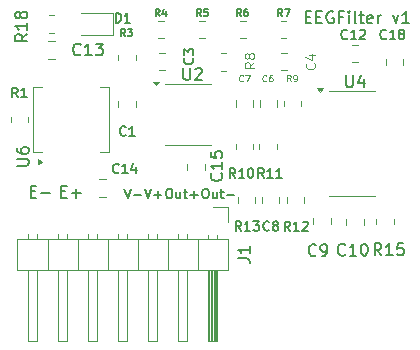
<source format=gto>
%TF.GenerationSoftware,KiCad,Pcbnew,9.0.0*%
%TF.CreationDate,2025-04-24T14:13:05+03:00*%
%TF.ProjectId,Modular_Filter_kicad,4d6f6475-6c61-4725-9f46-696c7465725f,rev?*%
%TF.SameCoordinates,Original*%
%TF.FileFunction,Legend,Top*%
%TF.FilePolarity,Positive*%
%FSLAX46Y46*%
G04 Gerber Fmt 4.6, Leading zero omitted, Abs format (unit mm)*
G04 Created by KiCad (PCBNEW 9.0.0) date 2025-04-24 14:13:05*
%MOMM*%
%LPD*%
G01*
G04 APERTURE LIST*
%ADD10C,0.150000*%
%ADD11C,0.120000*%
G04 APERTURE END LIST*
D10*
X89608274Y-108974695D02*
X89874941Y-109774695D01*
X89874941Y-109774695D02*
X90141607Y-108974695D01*
X90408274Y-109469933D02*
X91017798Y-109469933D01*
X93329341Y-109000095D02*
X93481722Y-109000095D01*
X93481722Y-109000095D02*
X93557912Y-109038190D01*
X93557912Y-109038190D02*
X93634103Y-109114380D01*
X93634103Y-109114380D02*
X93672198Y-109266761D01*
X93672198Y-109266761D02*
X93672198Y-109533428D01*
X93672198Y-109533428D02*
X93634103Y-109685809D01*
X93634103Y-109685809D02*
X93557912Y-109762000D01*
X93557912Y-109762000D02*
X93481722Y-109800095D01*
X93481722Y-109800095D02*
X93329341Y-109800095D01*
X93329341Y-109800095D02*
X93253150Y-109762000D01*
X93253150Y-109762000D02*
X93176960Y-109685809D01*
X93176960Y-109685809D02*
X93138864Y-109533428D01*
X93138864Y-109533428D02*
X93138864Y-109266761D01*
X93138864Y-109266761D02*
X93176960Y-109114380D01*
X93176960Y-109114380D02*
X93253150Y-109038190D01*
X93253150Y-109038190D02*
X93329341Y-109000095D01*
X94357912Y-109266761D02*
X94357912Y-109800095D01*
X94015055Y-109266761D02*
X94015055Y-109685809D01*
X94015055Y-109685809D02*
X94053150Y-109762000D01*
X94053150Y-109762000D02*
X94129340Y-109800095D01*
X94129340Y-109800095D02*
X94243626Y-109800095D01*
X94243626Y-109800095D02*
X94319817Y-109762000D01*
X94319817Y-109762000D02*
X94357912Y-109723904D01*
X94624579Y-109266761D02*
X94929341Y-109266761D01*
X94738865Y-109000095D02*
X94738865Y-109685809D01*
X94738865Y-109685809D02*
X94776960Y-109762000D01*
X94776960Y-109762000D02*
X94853150Y-109800095D01*
X94853150Y-109800095D02*
X94929341Y-109800095D01*
X95196008Y-109495333D02*
X95805532Y-109495333D01*
X95500770Y-109800095D02*
X95500770Y-109190571D01*
X91335474Y-109000095D02*
X91602141Y-109800095D01*
X91602141Y-109800095D02*
X91868807Y-109000095D01*
X92135474Y-109495333D02*
X92744998Y-109495333D01*
X92440236Y-109800095D02*
X92440236Y-109190571D01*
X84232979Y-109192409D02*
X84566312Y-109192409D01*
X84709169Y-109716219D02*
X84232979Y-109716219D01*
X84232979Y-109716219D02*
X84232979Y-108716219D01*
X84232979Y-108716219D02*
X84709169Y-108716219D01*
X85137741Y-109335266D02*
X85899646Y-109335266D01*
X85518693Y-109716219D02*
X85518693Y-108954314D01*
X81667579Y-109192409D02*
X82000912Y-109192409D01*
X82143769Y-109716219D02*
X81667579Y-109716219D01*
X81667579Y-109716219D02*
X81667579Y-108716219D01*
X81667579Y-108716219D02*
X82143769Y-108716219D01*
X82572341Y-109335266D02*
X83334246Y-109335266D01*
X104959379Y-94443609D02*
X105292712Y-94443609D01*
X105435569Y-94967419D02*
X104959379Y-94967419D01*
X104959379Y-94967419D02*
X104959379Y-93967419D01*
X104959379Y-93967419D02*
X105435569Y-93967419D01*
X105864141Y-94443609D02*
X106197474Y-94443609D01*
X106340331Y-94967419D02*
X105864141Y-94967419D01*
X105864141Y-94967419D02*
X105864141Y-93967419D01*
X105864141Y-93967419D02*
X106340331Y-93967419D01*
X107292712Y-94015038D02*
X107197474Y-93967419D01*
X107197474Y-93967419D02*
X107054617Y-93967419D01*
X107054617Y-93967419D02*
X106911760Y-94015038D01*
X106911760Y-94015038D02*
X106816522Y-94110276D01*
X106816522Y-94110276D02*
X106768903Y-94205514D01*
X106768903Y-94205514D02*
X106721284Y-94395990D01*
X106721284Y-94395990D02*
X106721284Y-94538847D01*
X106721284Y-94538847D02*
X106768903Y-94729323D01*
X106768903Y-94729323D02*
X106816522Y-94824561D01*
X106816522Y-94824561D02*
X106911760Y-94919800D01*
X106911760Y-94919800D02*
X107054617Y-94967419D01*
X107054617Y-94967419D02*
X107149855Y-94967419D01*
X107149855Y-94967419D02*
X107292712Y-94919800D01*
X107292712Y-94919800D02*
X107340331Y-94872180D01*
X107340331Y-94872180D02*
X107340331Y-94538847D01*
X107340331Y-94538847D02*
X107149855Y-94538847D01*
X108102236Y-94443609D02*
X107768903Y-94443609D01*
X107768903Y-94967419D02*
X107768903Y-93967419D01*
X107768903Y-93967419D02*
X108245093Y-93967419D01*
X108626046Y-94967419D02*
X108626046Y-94300752D01*
X108626046Y-93967419D02*
X108578427Y-94015038D01*
X108578427Y-94015038D02*
X108626046Y-94062657D01*
X108626046Y-94062657D02*
X108673665Y-94015038D01*
X108673665Y-94015038D02*
X108626046Y-93967419D01*
X108626046Y-93967419D02*
X108626046Y-94062657D01*
X109245093Y-94967419D02*
X109149855Y-94919800D01*
X109149855Y-94919800D02*
X109102236Y-94824561D01*
X109102236Y-94824561D02*
X109102236Y-93967419D01*
X109483189Y-94300752D02*
X109864141Y-94300752D01*
X109626046Y-93967419D02*
X109626046Y-94824561D01*
X109626046Y-94824561D02*
X109673665Y-94919800D01*
X109673665Y-94919800D02*
X109768903Y-94967419D01*
X109768903Y-94967419D02*
X109864141Y-94967419D01*
X110578427Y-94919800D02*
X110483189Y-94967419D01*
X110483189Y-94967419D02*
X110292713Y-94967419D01*
X110292713Y-94967419D02*
X110197475Y-94919800D01*
X110197475Y-94919800D02*
X110149856Y-94824561D01*
X110149856Y-94824561D02*
X110149856Y-94443609D01*
X110149856Y-94443609D02*
X110197475Y-94348371D01*
X110197475Y-94348371D02*
X110292713Y-94300752D01*
X110292713Y-94300752D02*
X110483189Y-94300752D01*
X110483189Y-94300752D02*
X110578427Y-94348371D01*
X110578427Y-94348371D02*
X110626046Y-94443609D01*
X110626046Y-94443609D02*
X110626046Y-94538847D01*
X110626046Y-94538847D02*
X110149856Y-94634085D01*
X111054618Y-94967419D02*
X111054618Y-94300752D01*
X111054618Y-94491228D02*
X111102237Y-94395990D01*
X111102237Y-94395990D02*
X111149856Y-94348371D01*
X111149856Y-94348371D02*
X111245094Y-94300752D01*
X111245094Y-94300752D02*
X111340332Y-94300752D01*
X112340333Y-94300752D02*
X112578428Y-94967419D01*
X112578428Y-94967419D02*
X112816523Y-94300752D01*
X113721285Y-94967419D02*
X113149857Y-94967419D01*
X113435571Y-94967419D02*
X113435571Y-93967419D01*
X113435571Y-93967419D02*
X113340333Y-94110276D01*
X113340333Y-94110276D02*
X113245095Y-94205514D01*
X113245095Y-94205514D02*
X113149857Y-94253133D01*
X96402741Y-109000095D02*
X96555122Y-109000095D01*
X96555122Y-109000095D02*
X96631312Y-109038190D01*
X96631312Y-109038190D02*
X96707503Y-109114380D01*
X96707503Y-109114380D02*
X96745598Y-109266761D01*
X96745598Y-109266761D02*
X96745598Y-109533428D01*
X96745598Y-109533428D02*
X96707503Y-109685809D01*
X96707503Y-109685809D02*
X96631312Y-109762000D01*
X96631312Y-109762000D02*
X96555122Y-109800095D01*
X96555122Y-109800095D02*
X96402741Y-109800095D01*
X96402741Y-109800095D02*
X96326550Y-109762000D01*
X96326550Y-109762000D02*
X96250360Y-109685809D01*
X96250360Y-109685809D02*
X96212264Y-109533428D01*
X96212264Y-109533428D02*
X96212264Y-109266761D01*
X96212264Y-109266761D02*
X96250360Y-109114380D01*
X96250360Y-109114380D02*
X96326550Y-109038190D01*
X96326550Y-109038190D02*
X96402741Y-109000095D01*
X97431312Y-109266761D02*
X97431312Y-109800095D01*
X97088455Y-109266761D02*
X97088455Y-109685809D01*
X97088455Y-109685809D02*
X97126550Y-109762000D01*
X97126550Y-109762000D02*
X97202740Y-109800095D01*
X97202740Y-109800095D02*
X97317026Y-109800095D01*
X97317026Y-109800095D02*
X97393217Y-109762000D01*
X97393217Y-109762000D02*
X97431312Y-109723904D01*
X97697979Y-109266761D02*
X98002741Y-109266761D01*
X97812265Y-109000095D02*
X97812265Y-109685809D01*
X97812265Y-109685809D02*
X97850360Y-109762000D01*
X97850360Y-109762000D02*
X97926550Y-109800095D01*
X97926550Y-109800095D02*
X98002741Y-109800095D01*
X98269408Y-109495333D02*
X98878932Y-109495333D01*
X102994800Y-94351371D02*
X102794800Y-94065657D01*
X102651943Y-94351371D02*
X102651943Y-93751371D01*
X102651943Y-93751371D02*
X102880514Y-93751371D01*
X102880514Y-93751371D02*
X102937657Y-93779942D01*
X102937657Y-93779942D02*
X102966228Y-93808514D01*
X102966228Y-93808514D02*
X102994800Y-93865657D01*
X102994800Y-93865657D02*
X102994800Y-93951371D01*
X102994800Y-93951371D02*
X102966228Y-94008514D01*
X102966228Y-94008514D02*
X102937657Y-94037085D01*
X102937657Y-94037085D02*
X102880514Y-94065657D01*
X102880514Y-94065657D02*
X102651943Y-94065657D01*
X103194800Y-93751371D02*
X103594800Y-93751371D01*
X103594800Y-93751371D02*
X103337657Y-94351371D01*
X105827533Y-114583380D02*
X105779914Y-114631000D01*
X105779914Y-114631000D02*
X105637057Y-114678619D01*
X105637057Y-114678619D02*
X105541819Y-114678619D01*
X105541819Y-114678619D02*
X105398962Y-114631000D01*
X105398962Y-114631000D02*
X105303724Y-114535761D01*
X105303724Y-114535761D02*
X105256105Y-114440523D01*
X105256105Y-114440523D02*
X105208486Y-114250047D01*
X105208486Y-114250047D02*
X105208486Y-114107190D01*
X105208486Y-114107190D02*
X105256105Y-113916714D01*
X105256105Y-113916714D02*
X105303724Y-113821476D01*
X105303724Y-113821476D02*
X105398962Y-113726238D01*
X105398962Y-113726238D02*
X105541819Y-113678619D01*
X105541819Y-113678619D02*
X105637057Y-113678619D01*
X105637057Y-113678619D02*
X105779914Y-113726238D01*
X105779914Y-113726238D02*
X105827533Y-113773857D01*
X106303724Y-114678619D02*
X106494200Y-114678619D01*
X106494200Y-114678619D02*
X106589438Y-114631000D01*
X106589438Y-114631000D02*
X106637057Y-114583380D01*
X106637057Y-114583380D02*
X106732295Y-114440523D01*
X106732295Y-114440523D02*
X106779914Y-114250047D01*
X106779914Y-114250047D02*
X106779914Y-113869095D01*
X106779914Y-113869095D02*
X106732295Y-113773857D01*
X106732295Y-113773857D02*
X106684676Y-113726238D01*
X106684676Y-113726238D02*
X106589438Y-113678619D01*
X106589438Y-113678619D02*
X106398962Y-113678619D01*
X106398962Y-113678619D02*
X106303724Y-113726238D01*
X106303724Y-113726238D02*
X106256105Y-113773857D01*
X106256105Y-113773857D02*
X106208486Y-113869095D01*
X106208486Y-113869095D02*
X106208486Y-114107190D01*
X106208486Y-114107190D02*
X106256105Y-114202428D01*
X106256105Y-114202428D02*
X106303724Y-114250047D01*
X106303724Y-114250047D02*
X106398962Y-114297666D01*
X106398962Y-114297666D02*
X106589438Y-114297666D01*
X106589438Y-114297666D02*
X106684676Y-114250047D01*
X106684676Y-114250047D02*
X106732295Y-114202428D01*
X106732295Y-114202428D02*
X106779914Y-114107190D01*
X97819380Y-107678457D02*
X97867000Y-107726076D01*
X97867000Y-107726076D02*
X97914619Y-107868933D01*
X97914619Y-107868933D02*
X97914619Y-107964171D01*
X97914619Y-107964171D02*
X97867000Y-108107028D01*
X97867000Y-108107028D02*
X97771761Y-108202266D01*
X97771761Y-108202266D02*
X97676523Y-108249885D01*
X97676523Y-108249885D02*
X97486047Y-108297504D01*
X97486047Y-108297504D02*
X97343190Y-108297504D01*
X97343190Y-108297504D02*
X97152714Y-108249885D01*
X97152714Y-108249885D02*
X97057476Y-108202266D01*
X97057476Y-108202266D02*
X96962238Y-108107028D01*
X96962238Y-108107028D02*
X96914619Y-107964171D01*
X96914619Y-107964171D02*
X96914619Y-107868933D01*
X96914619Y-107868933D02*
X96962238Y-107726076D01*
X96962238Y-107726076D02*
X97009857Y-107678457D01*
X97914619Y-106726076D02*
X97914619Y-107297504D01*
X97914619Y-107011790D02*
X96914619Y-107011790D01*
X96914619Y-107011790D02*
X97057476Y-107107028D01*
X97057476Y-107107028D02*
X97152714Y-107202266D01*
X97152714Y-107202266D02*
X97200333Y-107297504D01*
X96914619Y-105821314D02*
X96914619Y-106297504D01*
X96914619Y-106297504D02*
X97390809Y-106345123D01*
X97390809Y-106345123D02*
X97343190Y-106297504D01*
X97343190Y-106297504D02*
X97295571Y-106202266D01*
X97295571Y-106202266D02*
X97295571Y-105964171D01*
X97295571Y-105964171D02*
X97343190Y-105868933D01*
X97343190Y-105868933D02*
X97390809Y-105821314D01*
X97390809Y-105821314D02*
X97486047Y-105773695D01*
X97486047Y-105773695D02*
X97724142Y-105773695D01*
X97724142Y-105773695D02*
X97819380Y-105821314D01*
X97819380Y-105821314D02*
X97867000Y-105868933D01*
X97867000Y-105868933D02*
X97914619Y-105964171D01*
X97914619Y-105964171D02*
X97914619Y-106202266D01*
X97914619Y-106202266D02*
X97867000Y-106297504D01*
X97867000Y-106297504D02*
X97819380Y-106345123D01*
X103625714Y-112554095D02*
X103359047Y-112173142D01*
X103168571Y-112554095D02*
X103168571Y-111754095D01*
X103168571Y-111754095D02*
X103473333Y-111754095D01*
X103473333Y-111754095D02*
X103549523Y-111792190D01*
X103549523Y-111792190D02*
X103587618Y-111830285D01*
X103587618Y-111830285D02*
X103625714Y-111906476D01*
X103625714Y-111906476D02*
X103625714Y-112020761D01*
X103625714Y-112020761D02*
X103587618Y-112096952D01*
X103587618Y-112096952D02*
X103549523Y-112135047D01*
X103549523Y-112135047D02*
X103473333Y-112173142D01*
X103473333Y-112173142D02*
X103168571Y-112173142D01*
X104387618Y-112554095D02*
X103930475Y-112554095D01*
X104159047Y-112554095D02*
X104159047Y-111754095D01*
X104159047Y-111754095D02*
X104082856Y-111868380D01*
X104082856Y-111868380D02*
X104006666Y-111944571D01*
X104006666Y-111944571D02*
X103930475Y-111982666D01*
X104692380Y-111830285D02*
X104730476Y-111792190D01*
X104730476Y-111792190D02*
X104806666Y-111754095D01*
X104806666Y-111754095D02*
X104997142Y-111754095D01*
X104997142Y-111754095D02*
X105073333Y-111792190D01*
X105073333Y-111792190D02*
X105111428Y-111830285D01*
X105111428Y-111830285D02*
X105149523Y-111906476D01*
X105149523Y-111906476D02*
X105149523Y-111982666D01*
X105149523Y-111982666D02*
X105111428Y-112096952D01*
X105111428Y-112096952D02*
X104654285Y-112554095D01*
X104654285Y-112554095D02*
X105149523Y-112554095D01*
D11*
X103692733Y-99892400D02*
X103509399Y-99630495D01*
X103378447Y-99892400D02*
X103378447Y-99342400D01*
X103378447Y-99342400D02*
X103587971Y-99342400D01*
X103587971Y-99342400D02*
X103640352Y-99368590D01*
X103640352Y-99368590D02*
X103666542Y-99394781D01*
X103666542Y-99394781D02*
X103692733Y-99447162D01*
X103692733Y-99447162D02*
X103692733Y-99525733D01*
X103692733Y-99525733D02*
X103666542Y-99578114D01*
X103666542Y-99578114D02*
X103640352Y-99604305D01*
X103640352Y-99604305D02*
X103587971Y-99630495D01*
X103587971Y-99630495D02*
X103378447Y-99630495D01*
X103954637Y-99892400D02*
X104059399Y-99892400D01*
X104059399Y-99892400D02*
X104111780Y-99866210D01*
X104111780Y-99866210D02*
X104137971Y-99840019D01*
X104137971Y-99840019D02*
X104190352Y-99761448D01*
X104190352Y-99761448D02*
X104216542Y-99656686D01*
X104216542Y-99656686D02*
X104216542Y-99447162D01*
X104216542Y-99447162D02*
X104190352Y-99394781D01*
X104190352Y-99394781D02*
X104164161Y-99368590D01*
X104164161Y-99368590D02*
X104111780Y-99342400D01*
X104111780Y-99342400D02*
X104007018Y-99342400D01*
X104007018Y-99342400D02*
X103954637Y-99368590D01*
X103954637Y-99368590D02*
X103928447Y-99394781D01*
X103928447Y-99394781D02*
X103902256Y-99447162D01*
X103902256Y-99447162D02*
X103902256Y-99578114D01*
X103902256Y-99578114D02*
X103928447Y-99630495D01*
X103928447Y-99630495D02*
X103954637Y-99656686D01*
X103954637Y-99656686D02*
X104007018Y-99682876D01*
X104007018Y-99682876D02*
X104111780Y-99682876D01*
X104111780Y-99682876D02*
X104164161Y-99656686D01*
X104164161Y-99656686D02*
X104190352Y-99630495D01*
X104190352Y-99630495D02*
X104216542Y-99578114D01*
D10*
X80506219Y-107010104D02*
X81315742Y-107010104D01*
X81315742Y-107010104D02*
X81410980Y-106962485D01*
X81410980Y-106962485D02*
X81458600Y-106914866D01*
X81458600Y-106914866D02*
X81506219Y-106819628D01*
X81506219Y-106819628D02*
X81506219Y-106629152D01*
X81506219Y-106629152D02*
X81458600Y-106533914D01*
X81458600Y-106533914D02*
X81410980Y-106486295D01*
X81410980Y-106486295D02*
X81315742Y-106438676D01*
X81315742Y-106438676D02*
X80506219Y-106438676D01*
X80506219Y-105533914D02*
X80506219Y-105724390D01*
X80506219Y-105724390D02*
X80553838Y-105819628D01*
X80553838Y-105819628D02*
X80601457Y-105867247D01*
X80601457Y-105867247D02*
X80744314Y-105962485D01*
X80744314Y-105962485D02*
X80934790Y-106010104D01*
X80934790Y-106010104D02*
X81315742Y-106010104D01*
X81315742Y-106010104D02*
X81410980Y-105962485D01*
X81410980Y-105962485D02*
X81458600Y-105914866D01*
X81458600Y-105914866D02*
X81506219Y-105819628D01*
X81506219Y-105819628D02*
X81506219Y-105629152D01*
X81506219Y-105629152D02*
X81458600Y-105533914D01*
X81458600Y-105533914D02*
X81410980Y-105486295D01*
X81410980Y-105486295D02*
X81315742Y-105438676D01*
X81315742Y-105438676D02*
X81077647Y-105438676D01*
X81077647Y-105438676D02*
X80982409Y-105486295D01*
X80982409Y-105486295D02*
X80934790Y-105533914D01*
X80934790Y-105533914D02*
X80887171Y-105629152D01*
X80887171Y-105629152D02*
X80887171Y-105819628D01*
X80887171Y-105819628D02*
X80934790Y-105914866D01*
X80934790Y-105914866D02*
X80982409Y-105962485D01*
X80982409Y-105962485D02*
X81077647Y-106010104D01*
X101415914Y-108058295D02*
X101149247Y-107677342D01*
X100958771Y-108058295D02*
X100958771Y-107258295D01*
X100958771Y-107258295D02*
X101263533Y-107258295D01*
X101263533Y-107258295D02*
X101339723Y-107296390D01*
X101339723Y-107296390D02*
X101377818Y-107334485D01*
X101377818Y-107334485D02*
X101415914Y-107410676D01*
X101415914Y-107410676D02*
X101415914Y-107524961D01*
X101415914Y-107524961D02*
X101377818Y-107601152D01*
X101377818Y-107601152D02*
X101339723Y-107639247D01*
X101339723Y-107639247D02*
X101263533Y-107677342D01*
X101263533Y-107677342D02*
X100958771Y-107677342D01*
X102177818Y-108058295D02*
X101720675Y-108058295D01*
X101949247Y-108058295D02*
X101949247Y-107258295D01*
X101949247Y-107258295D02*
X101873056Y-107372580D01*
X101873056Y-107372580D02*
X101796866Y-107448771D01*
X101796866Y-107448771D02*
X101720675Y-107486866D01*
X102939723Y-108058295D02*
X102482580Y-108058295D01*
X102711152Y-108058295D02*
X102711152Y-107258295D01*
X102711152Y-107258295D02*
X102634961Y-107372580D01*
X102634961Y-107372580D02*
X102558771Y-107448771D01*
X102558771Y-107448771D02*
X102482580Y-107486866D01*
X80587867Y-101225695D02*
X80321200Y-100844742D01*
X80130724Y-101225695D02*
X80130724Y-100425695D01*
X80130724Y-100425695D02*
X80435486Y-100425695D01*
X80435486Y-100425695D02*
X80511676Y-100463790D01*
X80511676Y-100463790D02*
X80549771Y-100501885D01*
X80549771Y-100501885D02*
X80587867Y-100578076D01*
X80587867Y-100578076D02*
X80587867Y-100692361D01*
X80587867Y-100692361D02*
X80549771Y-100768552D01*
X80549771Y-100768552D02*
X80511676Y-100806647D01*
X80511676Y-100806647D02*
X80435486Y-100844742D01*
X80435486Y-100844742D02*
X80130724Y-100844742D01*
X81349771Y-101225695D02*
X80892628Y-101225695D01*
X81121200Y-101225695D02*
X81121200Y-100425695D01*
X81121200Y-100425695D02*
X81045009Y-100539980D01*
X81045009Y-100539980D02*
X80968819Y-100616171D01*
X80968819Y-100616171D02*
X80892628Y-100654266D01*
X89689000Y-96032971D02*
X89489000Y-95747257D01*
X89346143Y-96032971D02*
X89346143Y-95432971D01*
X89346143Y-95432971D02*
X89574714Y-95432971D01*
X89574714Y-95432971D02*
X89631857Y-95461542D01*
X89631857Y-95461542D02*
X89660428Y-95490114D01*
X89660428Y-95490114D02*
X89689000Y-95547257D01*
X89689000Y-95547257D02*
X89689000Y-95632971D01*
X89689000Y-95632971D02*
X89660428Y-95690114D01*
X89660428Y-95690114D02*
X89631857Y-95718685D01*
X89631857Y-95718685D02*
X89574714Y-95747257D01*
X89574714Y-95747257D02*
X89346143Y-95747257D01*
X89889000Y-95432971D02*
X90260428Y-95432971D01*
X90260428Y-95432971D02*
X90060428Y-95661542D01*
X90060428Y-95661542D02*
X90146143Y-95661542D01*
X90146143Y-95661542D02*
X90203286Y-95690114D01*
X90203286Y-95690114D02*
X90231857Y-95718685D01*
X90231857Y-95718685D02*
X90260428Y-95775828D01*
X90260428Y-95775828D02*
X90260428Y-95918685D01*
X90260428Y-95918685D02*
X90231857Y-95975828D01*
X90231857Y-95975828D02*
X90203286Y-96004400D01*
X90203286Y-96004400D02*
X90146143Y-96032971D01*
X90146143Y-96032971D02*
X89974714Y-96032971D01*
X89974714Y-96032971D02*
X89917571Y-96004400D01*
X89917571Y-96004400D02*
X89889000Y-95975828D01*
X96113300Y-94351371D02*
X95913300Y-94065657D01*
X95770443Y-94351371D02*
X95770443Y-93751371D01*
X95770443Y-93751371D02*
X95999014Y-93751371D01*
X95999014Y-93751371D02*
X96056157Y-93779942D01*
X96056157Y-93779942D02*
X96084728Y-93808514D01*
X96084728Y-93808514D02*
X96113300Y-93865657D01*
X96113300Y-93865657D02*
X96113300Y-93951371D01*
X96113300Y-93951371D02*
X96084728Y-94008514D01*
X96084728Y-94008514D02*
X96056157Y-94037085D01*
X96056157Y-94037085D02*
X95999014Y-94065657D01*
X95999014Y-94065657D02*
X95770443Y-94065657D01*
X96656157Y-93751371D02*
X96370443Y-93751371D01*
X96370443Y-93751371D02*
X96341871Y-94037085D01*
X96341871Y-94037085D02*
X96370443Y-94008514D01*
X96370443Y-94008514D02*
X96427586Y-93979942D01*
X96427586Y-93979942D02*
X96570443Y-93979942D01*
X96570443Y-93979942D02*
X96627586Y-94008514D01*
X96627586Y-94008514D02*
X96656157Y-94037085D01*
X96656157Y-94037085D02*
X96684728Y-94094228D01*
X96684728Y-94094228D02*
X96684728Y-94237085D01*
X96684728Y-94237085D02*
X96656157Y-94294228D01*
X96656157Y-94294228D02*
X96627586Y-94322800D01*
X96627586Y-94322800D02*
X96570443Y-94351371D01*
X96570443Y-94351371D02*
X96427586Y-94351371D01*
X96427586Y-94351371D02*
X96370443Y-94322800D01*
X96370443Y-94322800D02*
X96341871Y-94294228D01*
X92608100Y-94351371D02*
X92408100Y-94065657D01*
X92265243Y-94351371D02*
X92265243Y-93751371D01*
X92265243Y-93751371D02*
X92493814Y-93751371D01*
X92493814Y-93751371D02*
X92550957Y-93779942D01*
X92550957Y-93779942D02*
X92579528Y-93808514D01*
X92579528Y-93808514D02*
X92608100Y-93865657D01*
X92608100Y-93865657D02*
X92608100Y-93951371D01*
X92608100Y-93951371D02*
X92579528Y-94008514D01*
X92579528Y-94008514D02*
X92550957Y-94037085D01*
X92550957Y-94037085D02*
X92493814Y-94065657D01*
X92493814Y-94065657D02*
X92265243Y-94065657D01*
X93122386Y-93951371D02*
X93122386Y-94351371D01*
X92979528Y-93722800D02*
X92836671Y-94151371D01*
X92836671Y-94151371D02*
X93208100Y-94151371D01*
X108297742Y-114532580D02*
X108250123Y-114580200D01*
X108250123Y-114580200D02*
X108107266Y-114627819D01*
X108107266Y-114627819D02*
X108012028Y-114627819D01*
X108012028Y-114627819D02*
X107869171Y-114580200D01*
X107869171Y-114580200D02*
X107773933Y-114484961D01*
X107773933Y-114484961D02*
X107726314Y-114389723D01*
X107726314Y-114389723D02*
X107678695Y-114199247D01*
X107678695Y-114199247D02*
X107678695Y-114056390D01*
X107678695Y-114056390D02*
X107726314Y-113865914D01*
X107726314Y-113865914D02*
X107773933Y-113770676D01*
X107773933Y-113770676D02*
X107869171Y-113675438D01*
X107869171Y-113675438D02*
X108012028Y-113627819D01*
X108012028Y-113627819D02*
X108107266Y-113627819D01*
X108107266Y-113627819D02*
X108250123Y-113675438D01*
X108250123Y-113675438D02*
X108297742Y-113723057D01*
X109250123Y-114627819D02*
X108678695Y-114627819D01*
X108964409Y-114627819D02*
X108964409Y-113627819D01*
X108964409Y-113627819D02*
X108869171Y-113770676D01*
X108869171Y-113770676D02*
X108773933Y-113865914D01*
X108773933Y-113865914D02*
X108678695Y-113913533D01*
X109869171Y-113627819D02*
X109964409Y-113627819D01*
X109964409Y-113627819D02*
X110059647Y-113675438D01*
X110059647Y-113675438D02*
X110107266Y-113723057D01*
X110107266Y-113723057D02*
X110154885Y-113818295D01*
X110154885Y-113818295D02*
X110202504Y-114008771D01*
X110202504Y-114008771D02*
X110202504Y-114246866D01*
X110202504Y-114246866D02*
X110154885Y-114437342D01*
X110154885Y-114437342D02*
X110107266Y-114532580D01*
X110107266Y-114532580D02*
X110059647Y-114580200D01*
X110059647Y-114580200D02*
X109964409Y-114627819D01*
X109964409Y-114627819D02*
X109869171Y-114627819D01*
X109869171Y-114627819D02*
X109773933Y-114580200D01*
X109773933Y-114580200D02*
X109726314Y-114532580D01*
X109726314Y-114532580D02*
X109678695Y-114437342D01*
X109678695Y-114437342D02*
X109631076Y-114246866D01*
X109631076Y-114246866D02*
X109631076Y-114008771D01*
X109631076Y-114008771D02*
X109678695Y-113818295D01*
X109678695Y-113818295D02*
X109726314Y-113723057D01*
X109726314Y-113723057D02*
X109773933Y-113675438D01*
X109773933Y-113675438D02*
X109869171Y-113627819D01*
X111371142Y-114602419D02*
X111037809Y-114126228D01*
X110799714Y-114602419D02*
X110799714Y-113602419D01*
X110799714Y-113602419D02*
X111180666Y-113602419D01*
X111180666Y-113602419D02*
X111275904Y-113650038D01*
X111275904Y-113650038D02*
X111323523Y-113697657D01*
X111323523Y-113697657D02*
X111371142Y-113792895D01*
X111371142Y-113792895D02*
X111371142Y-113935752D01*
X111371142Y-113935752D02*
X111323523Y-114030990D01*
X111323523Y-114030990D02*
X111275904Y-114078609D01*
X111275904Y-114078609D02*
X111180666Y-114126228D01*
X111180666Y-114126228D02*
X110799714Y-114126228D01*
X112323523Y-114602419D02*
X111752095Y-114602419D01*
X112037809Y-114602419D02*
X112037809Y-113602419D01*
X112037809Y-113602419D02*
X111942571Y-113745276D01*
X111942571Y-113745276D02*
X111847333Y-113840514D01*
X111847333Y-113840514D02*
X111752095Y-113888133D01*
X113228285Y-113602419D02*
X112752095Y-113602419D01*
X112752095Y-113602419D02*
X112704476Y-114078609D01*
X112704476Y-114078609D02*
X112752095Y-114030990D01*
X112752095Y-114030990D02*
X112847333Y-113983371D01*
X112847333Y-113983371D02*
X113085428Y-113983371D01*
X113085428Y-113983371D02*
X113180666Y-114030990D01*
X113180666Y-114030990D02*
X113228285Y-114078609D01*
X113228285Y-114078609D02*
X113275904Y-114173847D01*
X113275904Y-114173847D02*
X113275904Y-114411942D01*
X113275904Y-114411942D02*
X113228285Y-114507180D01*
X113228285Y-114507180D02*
X113180666Y-114554800D01*
X113180666Y-114554800D02*
X113085428Y-114602419D01*
X113085428Y-114602419D02*
X112847333Y-114602419D01*
X112847333Y-114602419D02*
X112752095Y-114554800D01*
X112752095Y-114554800D02*
X112704476Y-114507180D01*
X108477114Y-96221904D02*
X108439018Y-96260000D01*
X108439018Y-96260000D02*
X108324733Y-96298095D01*
X108324733Y-96298095D02*
X108248542Y-96298095D01*
X108248542Y-96298095D02*
X108134256Y-96260000D01*
X108134256Y-96260000D02*
X108058066Y-96183809D01*
X108058066Y-96183809D02*
X108019971Y-96107619D01*
X108019971Y-96107619D02*
X107981875Y-95955238D01*
X107981875Y-95955238D02*
X107981875Y-95840952D01*
X107981875Y-95840952D02*
X108019971Y-95688571D01*
X108019971Y-95688571D02*
X108058066Y-95612380D01*
X108058066Y-95612380D02*
X108134256Y-95536190D01*
X108134256Y-95536190D02*
X108248542Y-95498095D01*
X108248542Y-95498095D02*
X108324733Y-95498095D01*
X108324733Y-95498095D02*
X108439018Y-95536190D01*
X108439018Y-95536190D02*
X108477114Y-95574285D01*
X109239018Y-96298095D02*
X108781875Y-96298095D01*
X109010447Y-96298095D02*
X109010447Y-95498095D01*
X109010447Y-95498095D02*
X108934256Y-95612380D01*
X108934256Y-95612380D02*
X108858066Y-95688571D01*
X108858066Y-95688571D02*
X108781875Y-95726666D01*
X109543780Y-95574285D02*
X109581876Y-95536190D01*
X109581876Y-95536190D02*
X109658066Y-95498095D01*
X109658066Y-95498095D02*
X109848542Y-95498095D01*
X109848542Y-95498095D02*
X109924733Y-95536190D01*
X109924733Y-95536190D02*
X109962828Y-95574285D01*
X109962828Y-95574285D02*
X110000923Y-95650476D01*
X110000923Y-95650476D02*
X110000923Y-95726666D01*
X110000923Y-95726666D02*
X109962828Y-95840952D01*
X109962828Y-95840952D02*
X109505685Y-96298095D01*
X109505685Y-96298095D02*
X110000923Y-96298095D01*
X99002914Y-108058295D02*
X98736247Y-107677342D01*
X98545771Y-108058295D02*
X98545771Y-107258295D01*
X98545771Y-107258295D02*
X98850533Y-107258295D01*
X98850533Y-107258295D02*
X98926723Y-107296390D01*
X98926723Y-107296390D02*
X98964818Y-107334485D01*
X98964818Y-107334485D02*
X99002914Y-107410676D01*
X99002914Y-107410676D02*
X99002914Y-107524961D01*
X99002914Y-107524961D02*
X98964818Y-107601152D01*
X98964818Y-107601152D02*
X98926723Y-107639247D01*
X98926723Y-107639247D02*
X98850533Y-107677342D01*
X98850533Y-107677342D02*
X98545771Y-107677342D01*
X99764818Y-108058295D02*
X99307675Y-108058295D01*
X99536247Y-108058295D02*
X99536247Y-107258295D01*
X99536247Y-107258295D02*
X99460056Y-107372580D01*
X99460056Y-107372580D02*
X99383866Y-107448771D01*
X99383866Y-107448771D02*
X99307675Y-107486866D01*
X100260057Y-107258295D02*
X100336247Y-107258295D01*
X100336247Y-107258295D02*
X100412438Y-107296390D01*
X100412438Y-107296390D02*
X100450533Y-107334485D01*
X100450533Y-107334485D02*
X100488628Y-107410676D01*
X100488628Y-107410676D02*
X100526723Y-107563057D01*
X100526723Y-107563057D02*
X100526723Y-107753533D01*
X100526723Y-107753533D02*
X100488628Y-107905914D01*
X100488628Y-107905914D02*
X100450533Y-107982104D01*
X100450533Y-107982104D02*
X100412438Y-108020200D01*
X100412438Y-108020200D02*
X100336247Y-108058295D01*
X100336247Y-108058295D02*
X100260057Y-108058295D01*
X100260057Y-108058295D02*
X100183866Y-108020200D01*
X100183866Y-108020200D02*
X100145771Y-107982104D01*
X100145771Y-107982104D02*
X100107676Y-107905914D01*
X100107676Y-107905914D02*
X100069580Y-107753533D01*
X100069580Y-107753533D02*
X100069580Y-107563057D01*
X100069580Y-107563057D02*
X100107676Y-107410676D01*
X100107676Y-107410676D02*
X100145771Y-107334485D01*
X100145771Y-107334485D02*
X100183866Y-107296390D01*
X100183866Y-107296390D02*
X100260057Y-107258295D01*
X89706467Y-104400704D02*
X89668371Y-104438800D01*
X89668371Y-104438800D02*
X89554086Y-104476895D01*
X89554086Y-104476895D02*
X89477895Y-104476895D01*
X89477895Y-104476895D02*
X89363609Y-104438800D01*
X89363609Y-104438800D02*
X89287419Y-104362609D01*
X89287419Y-104362609D02*
X89249324Y-104286419D01*
X89249324Y-104286419D02*
X89211228Y-104134038D01*
X89211228Y-104134038D02*
X89211228Y-104019752D01*
X89211228Y-104019752D02*
X89249324Y-103867371D01*
X89249324Y-103867371D02*
X89287419Y-103791180D01*
X89287419Y-103791180D02*
X89363609Y-103714990D01*
X89363609Y-103714990D02*
X89477895Y-103676895D01*
X89477895Y-103676895D02*
X89554086Y-103676895D01*
X89554086Y-103676895D02*
X89668371Y-103714990D01*
X89668371Y-103714990D02*
X89706467Y-103753085D01*
X90468371Y-104476895D02*
X90011228Y-104476895D01*
X90239800Y-104476895D02*
X90239800Y-103676895D01*
X90239800Y-103676895D02*
X90163609Y-103791180D01*
X90163609Y-103791180D02*
X90087419Y-103867371D01*
X90087419Y-103867371D02*
X90011228Y-103905466D01*
X95383704Y-97923332D02*
X95421800Y-97961428D01*
X95421800Y-97961428D02*
X95459895Y-98075713D01*
X95459895Y-98075713D02*
X95459895Y-98151904D01*
X95459895Y-98151904D02*
X95421800Y-98266190D01*
X95421800Y-98266190D02*
X95345609Y-98342380D01*
X95345609Y-98342380D02*
X95269419Y-98380475D01*
X95269419Y-98380475D02*
X95117038Y-98418571D01*
X95117038Y-98418571D02*
X95002752Y-98418571D01*
X95002752Y-98418571D02*
X94850371Y-98380475D01*
X94850371Y-98380475D02*
X94774180Y-98342380D01*
X94774180Y-98342380D02*
X94697990Y-98266190D01*
X94697990Y-98266190D02*
X94659895Y-98151904D01*
X94659895Y-98151904D02*
X94659895Y-98075713D01*
X94659895Y-98075713D02*
X94697990Y-97961428D01*
X94697990Y-97961428D02*
X94736085Y-97923332D01*
X94659895Y-97656666D02*
X94659895Y-97161428D01*
X94659895Y-97161428D02*
X94964657Y-97428094D01*
X94964657Y-97428094D02*
X94964657Y-97313809D01*
X94964657Y-97313809D02*
X95002752Y-97237618D01*
X95002752Y-97237618D02*
X95040847Y-97199523D01*
X95040847Y-97199523D02*
X95117038Y-97161428D01*
X95117038Y-97161428D02*
X95307514Y-97161428D01*
X95307514Y-97161428D02*
X95383704Y-97199523D01*
X95383704Y-97199523D02*
X95421800Y-97237618D01*
X95421800Y-97237618D02*
X95459895Y-97313809D01*
X95459895Y-97313809D02*
X95459895Y-97542380D01*
X95459895Y-97542380D02*
X95421800Y-97618571D01*
X95421800Y-97618571D02*
X95383704Y-97656666D01*
X85894942Y-97590780D02*
X85847323Y-97638400D01*
X85847323Y-97638400D02*
X85704466Y-97686019D01*
X85704466Y-97686019D02*
X85609228Y-97686019D01*
X85609228Y-97686019D02*
X85466371Y-97638400D01*
X85466371Y-97638400D02*
X85371133Y-97543161D01*
X85371133Y-97543161D02*
X85323514Y-97447923D01*
X85323514Y-97447923D02*
X85275895Y-97257447D01*
X85275895Y-97257447D02*
X85275895Y-97114590D01*
X85275895Y-97114590D02*
X85323514Y-96924114D01*
X85323514Y-96924114D02*
X85371133Y-96828876D01*
X85371133Y-96828876D02*
X85466371Y-96733638D01*
X85466371Y-96733638D02*
X85609228Y-96686019D01*
X85609228Y-96686019D02*
X85704466Y-96686019D01*
X85704466Y-96686019D02*
X85847323Y-96733638D01*
X85847323Y-96733638D02*
X85894942Y-96781257D01*
X86847323Y-97686019D02*
X86275895Y-97686019D01*
X86561609Y-97686019D02*
X86561609Y-96686019D01*
X86561609Y-96686019D02*
X86466371Y-96828876D01*
X86466371Y-96828876D02*
X86371133Y-96924114D01*
X86371133Y-96924114D02*
X86275895Y-96971733D01*
X87180657Y-96686019D02*
X87799704Y-96686019D01*
X87799704Y-96686019D02*
X87466371Y-97066971D01*
X87466371Y-97066971D02*
X87609228Y-97066971D01*
X87609228Y-97066971D02*
X87704466Y-97114590D01*
X87704466Y-97114590D02*
X87752085Y-97162209D01*
X87752085Y-97162209D02*
X87799704Y-97257447D01*
X87799704Y-97257447D02*
X87799704Y-97495542D01*
X87799704Y-97495542D02*
X87752085Y-97590780D01*
X87752085Y-97590780D02*
X87704466Y-97638400D01*
X87704466Y-97638400D02*
X87609228Y-97686019D01*
X87609228Y-97686019D02*
X87323514Y-97686019D01*
X87323514Y-97686019D02*
X87228276Y-97638400D01*
X87228276Y-97638400D02*
X87180657Y-97590780D01*
X111779114Y-96221904D02*
X111741018Y-96260000D01*
X111741018Y-96260000D02*
X111626733Y-96298095D01*
X111626733Y-96298095D02*
X111550542Y-96298095D01*
X111550542Y-96298095D02*
X111436256Y-96260000D01*
X111436256Y-96260000D02*
X111360066Y-96183809D01*
X111360066Y-96183809D02*
X111321971Y-96107619D01*
X111321971Y-96107619D02*
X111283875Y-95955238D01*
X111283875Y-95955238D02*
X111283875Y-95840952D01*
X111283875Y-95840952D02*
X111321971Y-95688571D01*
X111321971Y-95688571D02*
X111360066Y-95612380D01*
X111360066Y-95612380D02*
X111436256Y-95536190D01*
X111436256Y-95536190D02*
X111550542Y-95498095D01*
X111550542Y-95498095D02*
X111626733Y-95498095D01*
X111626733Y-95498095D02*
X111741018Y-95536190D01*
X111741018Y-95536190D02*
X111779114Y-95574285D01*
X112541018Y-96298095D02*
X112083875Y-96298095D01*
X112312447Y-96298095D02*
X112312447Y-95498095D01*
X112312447Y-95498095D02*
X112236256Y-95612380D01*
X112236256Y-95612380D02*
X112160066Y-95688571D01*
X112160066Y-95688571D02*
X112083875Y-95726666D01*
X112998161Y-95840952D02*
X112921971Y-95802857D01*
X112921971Y-95802857D02*
X112883876Y-95764761D01*
X112883876Y-95764761D02*
X112845780Y-95688571D01*
X112845780Y-95688571D02*
X112845780Y-95650476D01*
X112845780Y-95650476D02*
X112883876Y-95574285D01*
X112883876Y-95574285D02*
X112921971Y-95536190D01*
X112921971Y-95536190D02*
X112998161Y-95498095D01*
X112998161Y-95498095D02*
X113150542Y-95498095D01*
X113150542Y-95498095D02*
X113226733Y-95536190D01*
X113226733Y-95536190D02*
X113264828Y-95574285D01*
X113264828Y-95574285D02*
X113302923Y-95650476D01*
X113302923Y-95650476D02*
X113302923Y-95688571D01*
X113302923Y-95688571D02*
X113264828Y-95764761D01*
X113264828Y-95764761D02*
X113226733Y-95802857D01*
X113226733Y-95802857D02*
X113150542Y-95840952D01*
X113150542Y-95840952D02*
X112998161Y-95840952D01*
X112998161Y-95840952D02*
X112921971Y-95879047D01*
X112921971Y-95879047D02*
X112883876Y-95917142D01*
X112883876Y-95917142D02*
X112845780Y-95993333D01*
X112845780Y-95993333D02*
X112845780Y-96145714D01*
X112845780Y-96145714D02*
X112883876Y-96221904D01*
X112883876Y-96221904D02*
X112921971Y-96260000D01*
X112921971Y-96260000D02*
X112998161Y-96298095D01*
X112998161Y-96298095D02*
X113150542Y-96298095D01*
X113150542Y-96298095D02*
X113226733Y-96260000D01*
X113226733Y-96260000D02*
X113264828Y-96221904D01*
X113264828Y-96221904D02*
X113302923Y-96145714D01*
X113302923Y-96145714D02*
X113302923Y-95993333D01*
X113302923Y-95993333D02*
X113264828Y-95917142D01*
X113264828Y-95917142D02*
X113226733Y-95879047D01*
X113226733Y-95879047D02*
X113150542Y-95840952D01*
D11*
X101635333Y-99840019D02*
X101609142Y-99866210D01*
X101609142Y-99866210D02*
X101530571Y-99892400D01*
X101530571Y-99892400D02*
X101478190Y-99892400D01*
X101478190Y-99892400D02*
X101399618Y-99866210D01*
X101399618Y-99866210D02*
X101347237Y-99813829D01*
X101347237Y-99813829D02*
X101321047Y-99761448D01*
X101321047Y-99761448D02*
X101294856Y-99656686D01*
X101294856Y-99656686D02*
X101294856Y-99578114D01*
X101294856Y-99578114D02*
X101321047Y-99473352D01*
X101321047Y-99473352D02*
X101347237Y-99420971D01*
X101347237Y-99420971D02*
X101399618Y-99368590D01*
X101399618Y-99368590D02*
X101478190Y-99342400D01*
X101478190Y-99342400D02*
X101530571Y-99342400D01*
X101530571Y-99342400D02*
X101609142Y-99368590D01*
X101609142Y-99368590D02*
X101635333Y-99394781D01*
X102106761Y-99342400D02*
X102001999Y-99342400D01*
X102001999Y-99342400D02*
X101949618Y-99368590D01*
X101949618Y-99368590D02*
X101923428Y-99394781D01*
X101923428Y-99394781D02*
X101871047Y-99473352D01*
X101871047Y-99473352D02*
X101844856Y-99578114D01*
X101844856Y-99578114D02*
X101844856Y-99787638D01*
X101844856Y-99787638D02*
X101871047Y-99840019D01*
X101871047Y-99840019D02*
X101897237Y-99866210D01*
X101897237Y-99866210D02*
X101949618Y-99892400D01*
X101949618Y-99892400D02*
X102054380Y-99892400D01*
X102054380Y-99892400D02*
X102106761Y-99866210D01*
X102106761Y-99866210D02*
X102132952Y-99840019D01*
X102132952Y-99840019D02*
X102159142Y-99787638D01*
X102159142Y-99787638D02*
X102159142Y-99656686D01*
X102159142Y-99656686D02*
X102132952Y-99604305D01*
X102132952Y-99604305D02*
X102106761Y-99578114D01*
X102106761Y-99578114D02*
X102054380Y-99551924D01*
X102054380Y-99551924D02*
X101949618Y-99551924D01*
X101949618Y-99551924D02*
X101897237Y-99578114D01*
X101897237Y-99578114D02*
X101871047Y-99604305D01*
X101871047Y-99604305D02*
X101844856Y-99656686D01*
D10*
X88868324Y-94901095D02*
X88868324Y-94101095D01*
X88868324Y-94101095D02*
X89058800Y-94101095D01*
X89058800Y-94101095D02*
X89173086Y-94139190D01*
X89173086Y-94139190D02*
X89249276Y-94215380D01*
X89249276Y-94215380D02*
X89287371Y-94291571D01*
X89287371Y-94291571D02*
X89325467Y-94443952D01*
X89325467Y-94443952D02*
X89325467Y-94558238D01*
X89325467Y-94558238D02*
X89287371Y-94710619D01*
X89287371Y-94710619D02*
X89249276Y-94786809D01*
X89249276Y-94786809D02*
X89173086Y-94863000D01*
X89173086Y-94863000D02*
X89058800Y-94901095D01*
X89058800Y-94901095D02*
X88868324Y-94901095D01*
X90087371Y-94901095D02*
X89630228Y-94901095D01*
X89858800Y-94901095D02*
X89858800Y-94101095D01*
X89858800Y-94101095D02*
X89782609Y-94215380D01*
X89782609Y-94215380D02*
X89706419Y-94291571D01*
X89706419Y-94291571D02*
X89630228Y-94329666D01*
X81379219Y-95892857D02*
X80903028Y-96226190D01*
X81379219Y-96464285D02*
X80379219Y-96464285D01*
X80379219Y-96464285D02*
X80379219Y-96083333D01*
X80379219Y-96083333D02*
X80426838Y-95988095D01*
X80426838Y-95988095D02*
X80474457Y-95940476D01*
X80474457Y-95940476D02*
X80569695Y-95892857D01*
X80569695Y-95892857D02*
X80712552Y-95892857D01*
X80712552Y-95892857D02*
X80807790Y-95940476D01*
X80807790Y-95940476D02*
X80855409Y-95988095D01*
X80855409Y-95988095D02*
X80903028Y-96083333D01*
X80903028Y-96083333D02*
X80903028Y-96464285D01*
X81379219Y-94940476D02*
X81379219Y-95511904D01*
X81379219Y-95226190D02*
X80379219Y-95226190D01*
X80379219Y-95226190D02*
X80522076Y-95321428D01*
X80522076Y-95321428D02*
X80617314Y-95416666D01*
X80617314Y-95416666D02*
X80664933Y-95511904D01*
X80807790Y-94369047D02*
X80760171Y-94464285D01*
X80760171Y-94464285D02*
X80712552Y-94511904D01*
X80712552Y-94511904D02*
X80617314Y-94559523D01*
X80617314Y-94559523D02*
X80569695Y-94559523D01*
X80569695Y-94559523D02*
X80474457Y-94511904D01*
X80474457Y-94511904D02*
X80426838Y-94464285D01*
X80426838Y-94464285D02*
X80379219Y-94369047D01*
X80379219Y-94369047D02*
X80379219Y-94178571D01*
X80379219Y-94178571D02*
X80426838Y-94083333D01*
X80426838Y-94083333D02*
X80474457Y-94035714D01*
X80474457Y-94035714D02*
X80569695Y-93988095D01*
X80569695Y-93988095D02*
X80617314Y-93988095D01*
X80617314Y-93988095D02*
X80712552Y-94035714D01*
X80712552Y-94035714D02*
X80760171Y-94083333D01*
X80760171Y-94083333D02*
X80807790Y-94178571D01*
X80807790Y-94178571D02*
X80807790Y-94369047D01*
X80807790Y-94369047D02*
X80855409Y-94464285D01*
X80855409Y-94464285D02*
X80903028Y-94511904D01*
X80903028Y-94511904D02*
X80998266Y-94559523D01*
X80998266Y-94559523D02*
X81188742Y-94559523D01*
X81188742Y-94559523D02*
X81283980Y-94511904D01*
X81283980Y-94511904D02*
X81331600Y-94464285D01*
X81331600Y-94464285D02*
X81379219Y-94369047D01*
X81379219Y-94369047D02*
X81379219Y-94178571D01*
X81379219Y-94178571D02*
X81331600Y-94083333D01*
X81331600Y-94083333D02*
X81283980Y-94035714D01*
X81283980Y-94035714D02*
X81188742Y-93988095D01*
X81188742Y-93988095D02*
X80998266Y-93988095D01*
X80998266Y-93988095D02*
X80903028Y-94035714D01*
X80903028Y-94035714D02*
X80855409Y-94083333D01*
X80855409Y-94083333D02*
X80807790Y-94178571D01*
X101873067Y-112452504D02*
X101834971Y-112490600D01*
X101834971Y-112490600D02*
X101720686Y-112528695D01*
X101720686Y-112528695D02*
X101644495Y-112528695D01*
X101644495Y-112528695D02*
X101530209Y-112490600D01*
X101530209Y-112490600D02*
X101454019Y-112414409D01*
X101454019Y-112414409D02*
X101415924Y-112338219D01*
X101415924Y-112338219D02*
X101377828Y-112185838D01*
X101377828Y-112185838D02*
X101377828Y-112071552D01*
X101377828Y-112071552D02*
X101415924Y-111919171D01*
X101415924Y-111919171D02*
X101454019Y-111842980D01*
X101454019Y-111842980D02*
X101530209Y-111766790D01*
X101530209Y-111766790D02*
X101644495Y-111728695D01*
X101644495Y-111728695D02*
X101720686Y-111728695D01*
X101720686Y-111728695D02*
X101834971Y-111766790D01*
X101834971Y-111766790D02*
X101873067Y-111804885D01*
X102330209Y-112071552D02*
X102254019Y-112033457D01*
X102254019Y-112033457D02*
X102215924Y-111995361D01*
X102215924Y-111995361D02*
X102177828Y-111919171D01*
X102177828Y-111919171D02*
X102177828Y-111881076D01*
X102177828Y-111881076D02*
X102215924Y-111804885D01*
X102215924Y-111804885D02*
X102254019Y-111766790D01*
X102254019Y-111766790D02*
X102330209Y-111728695D01*
X102330209Y-111728695D02*
X102482590Y-111728695D01*
X102482590Y-111728695D02*
X102558781Y-111766790D01*
X102558781Y-111766790D02*
X102596876Y-111804885D01*
X102596876Y-111804885D02*
X102634971Y-111881076D01*
X102634971Y-111881076D02*
X102634971Y-111919171D01*
X102634971Y-111919171D02*
X102596876Y-111995361D01*
X102596876Y-111995361D02*
X102558781Y-112033457D01*
X102558781Y-112033457D02*
X102482590Y-112071552D01*
X102482590Y-112071552D02*
X102330209Y-112071552D01*
X102330209Y-112071552D02*
X102254019Y-112109647D01*
X102254019Y-112109647D02*
X102215924Y-112147742D01*
X102215924Y-112147742D02*
X102177828Y-112223933D01*
X102177828Y-112223933D02*
X102177828Y-112376314D01*
X102177828Y-112376314D02*
X102215924Y-112452504D01*
X102215924Y-112452504D02*
X102254019Y-112490600D01*
X102254019Y-112490600D02*
X102330209Y-112528695D01*
X102330209Y-112528695D02*
X102482590Y-112528695D01*
X102482590Y-112528695D02*
X102558781Y-112490600D01*
X102558781Y-112490600D02*
X102596876Y-112452504D01*
X102596876Y-112452504D02*
X102634971Y-112376314D01*
X102634971Y-112376314D02*
X102634971Y-112223933D01*
X102634971Y-112223933D02*
X102596876Y-112147742D01*
X102596876Y-112147742D02*
X102558781Y-112109647D01*
X102558781Y-112109647D02*
X102482590Y-112071552D01*
D11*
X105697664Y-98355132D02*
X105735760Y-98393228D01*
X105735760Y-98393228D02*
X105773855Y-98507513D01*
X105773855Y-98507513D02*
X105773855Y-98583704D01*
X105773855Y-98583704D02*
X105735760Y-98697990D01*
X105735760Y-98697990D02*
X105659569Y-98774180D01*
X105659569Y-98774180D02*
X105583379Y-98812275D01*
X105583379Y-98812275D02*
X105430998Y-98850371D01*
X105430998Y-98850371D02*
X105316712Y-98850371D01*
X105316712Y-98850371D02*
X105164331Y-98812275D01*
X105164331Y-98812275D02*
X105088140Y-98774180D01*
X105088140Y-98774180D02*
X105011950Y-98697990D01*
X105011950Y-98697990D02*
X104973855Y-98583704D01*
X104973855Y-98583704D02*
X104973855Y-98507513D01*
X104973855Y-98507513D02*
X105011950Y-98393228D01*
X105011950Y-98393228D02*
X105050045Y-98355132D01*
X105240521Y-97669418D02*
X105773855Y-97669418D01*
X104935760Y-97859894D02*
X105507188Y-98050371D01*
X105507188Y-98050371D02*
X105507188Y-97555132D01*
D10*
X99226019Y-114861933D02*
X99940304Y-114861933D01*
X99940304Y-114861933D02*
X100083161Y-114909552D01*
X100083161Y-114909552D02*
X100178400Y-115004790D01*
X100178400Y-115004790D02*
X100226019Y-115147647D01*
X100226019Y-115147647D02*
X100226019Y-115242885D01*
X100226019Y-113861933D02*
X100226019Y-114433361D01*
X100226019Y-114147647D02*
X99226019Y-114147647D01*
X99226019Y-114147647D02*
X99368876Y-114242885D01*
X99368876Y-114242885D02*
X99464114Y-114338123D01*
X99464114Y-114338123D02*
X99511733Y-114433361D01*
X94615095Y-98768819D02*
X94615095Y-99578342D01*
X94615095Y-99578342D02*
X94662714Y-99673580D01*
X94662714Y-99673580D02*
X94710333Y-99721200D01*
X94710333Y-99721200D02*
X94805571Y-99768819D01*
X94805571Y-99768819D02*
X94996047Y-99768819D01*
X94996047Y-99768819D02*
X95091285Y-99721200D01*
X95091285Y-99721200D02*
X95138904Y-99673580D01*
X95138904Y-99673580D02*
X95186523Y-99578342D01*
X95186523Y-99578342D02*
X95186523Y-98768819D01*
X95615095Y-98864057D02*
X95662714Y-98816438D01*
X95662714Y-98816438D02*
X95757952Y-98768819D01*
X95757952Y-98768819D02*
X95996047Y-98768819D01*
X95996047Y-98768819D02*
X96091285Y-98816438D01*
X96091285Y-98816438D02*
X96138904Y-98864057D01*
X96138904Y-98864057D02*
X96186523Y-98959295D01*
X96186523Y-98959295D02*
X96186523Y-99054533D01*
X96186523Y-99054533D02*
X96138904Y-99197390D01*
X96138904Y-99197390D02*
X95567476Y-99768819D01*
X95567476Y-99768819D02*
X96186523Y-99768819D01*
X99485514Y-112528695D02*
X99218847Y-112147742D01*
X99028371Y-112528695D02*
X99028371Y-111728695D01*
X99028371Y-111728695D02*
X99333133Y-111728695D01*
X99333133Y-111728695D02*
X99409323Y-111766790D01*
X99409323Y-111766790D02*
X99447418Y-111804885D01*
X99447418Y-111804885D02*
X99485514Y-111881076D01*
X99485514Y-111881076D02*
X99485514Y-111995361D01*
X99485514Y-111995361D02*
X99447418Y-112071552D01*
X99447418Y-112071552D02*
X99409323Y-112109647D01*
X99409323Y-112109647D02*
X99333133Y-112147742D01*
X99333133Y-112147742D02*
X99028371Y-112147742D01*
X100247418Y-112528695D02*
X99790275Y-112528695D01*
X100018847Y-112528695D02*
X100018847Y-111728695D01*
X100018847Y-111728695D02*
X99942656Y-111842980D01*
X99942656Y-111842980D02*
X99866466Y-111919171D01*
X99866466Y-111919171D02*
X99790275Y-111957266D01*
X100514085Y-111728695D02*
X101009323Y-111728695D01*
X101009323Y-111728695D02*
X100742657Y-112033457D01*
X100742657Y-112033457D02*
X100856942Y-112033457D01*
X100856942Y-112033457D02*
X100933133Y-112071552D01*
X100933133Y-112071552D02*
X100971228Y-112109647D01*
X100971228Y-112109647D02*
X101009323Y-112185838D01*
X101009323Y-112185838D02*
X101009323Y-112376314D01*
X101009323Y-112376314D02*
X100971228Y-112452504D01*
X100971228Y-112452504D02*
X100933133Y-112490600D01*
X100933133Y-112490600D02*
X100856942Y-112528695D01*
X100856942Y-112528695D02*
X100628371Y-112528695D01*
X100628371Y-112528695D02*
X100552180Y-112490600D01*
X100552180Y-112490600D02*
X100514085Y-112452504D01*
X89122314Y-107575704D02*
X89084218Y-107613800D01*
X89084218Y-107613800D02*
X88969933Y-107651895D01*
X88969933Y-107651895D02*
X88893742Y-107651895D01*
X88893742Y-107651895D02*
X88779456Y-107613800D01*
X88779456Y-107613800D02*
X88703266Y-107537609D01*
X88703266Y-107537609D02*
X88665171Y-107461419D01*
X88665171Y-107461419D02*
X88627075Y-107309038D01*
X88627075Y-107309038D02*
X88627075Y-107194752D01*
X88627075Y-107194752D02*
X88665171Y-107042371D01*
X88665171Y-107042371D02*
X88703266Y-106966180D01*
X88703266Y-106966180D02*
X88779456Y-106889990D01*
X88779456Y-106889990D02*
X88893742Y-106851895D01*
X88893742Y-106851895D02*
X88969933Y-106851895D01*
X88969933Y-106851895D02*
X89084218Y-106889990D01*
X89084218Y-106889990D02*
X89122314Y-106928085D01*
X89884218Y-107651895D02*
X89427075Y-107651895D01*
X89655647Y-107651895D02*
X89655647Y-106851895D01*
X89655647Y-106851895D02*
X89579456Y-106966180D01*
X89579456Y-106966180D02*
X89503266Y-107042371D01*
X89503266Y-107042371D02*
X89427075Y-107080466D01*
X90569933Y-107118561D02*
X90569933Y-107651895D01*
X90379457Y-106813800D02*
X90188980Y-107385228D01*
X90188980Y-107385228D02*
X90684219Y-107385228D01*
X99515000Y-94351371D02*
X99315000Y-94065657D01*
X99172143Y-94351371D02*
X99172143Y-93751371D01*
X99172143Y-93751371D02*
X99400714Y-93751371D01*
X99400714Y-93751371D02*
X99457857Y-93779942D01*
X99457857Y-93779942D02*
X99486428Y-93808514D01*
X99486428Y-93808514D02*
X99515000Y-93865657D01*
X99515000Y-93865657D02*
X99515000Y-93951371D01*
X99515000Y-93951371D02*
X99486428Y-94008514D01*
X99486428Y-94008514D02*
X99457857Y-94037085D01*
X99457857Y-94037085D02*
X99400714Y-94065657D01*
X99400714Y-94065657D02*
X99172143Y-94065657D01*
X100029286Y-93751371D02*
X99915000Y-93751371D01*
X99915000Y-93751371D02*
X99857857Y-93779942D01*
X99857857Y-93779942D02*
X99829286Y-93808514D01*
X99829286Y-93808514D02*
X99772143Y-93894228D01*
X99772143Y-93894228D02*
X99743571Y-94008514D01*
X99743571Y-94008514D02*
X99743571Y-94237085D01*
X99743571Y-94237085D02*
X99772143Y-94294228D01*
X99772143Y-94294228D02*
X99800714Y-94322800D01*
X99800714Y-94322800D02*
X99857857Y-94351371D01*
X99857857Y-94351371D02*
X99972143Y-94351371D01*
X99972143Y-94351371D02*
X100029286Y-94322800D01*
X100029286Y-94322800D02*
X100057857Y-94294228D01*
X100057857Y-94294228D02*
X100086428Y-94237085D01*
X100086428Y-94237085D02*
X100086428Y-94094228D01*
X100086428Y-94094228D02*
X100057857Y-94037085D01*
X100057857Y-94037085D02*
X100029286Y-94008514D01*
X100029286Y-94008514D02*
X99972143Y-93979942D01*
X99972143Y-93979942D02*
X99857857Y-93979942D01*
X99857857Y-93979942D02*
X99800714Y-94008514D01*
X99800714Y-94008514D02*
X99772143Y-94037085D01*
X99772143Y-94037085D02*
X99743571Y-94094228D01*
D11*
X100617655Y-98278932D02*
X100236702Y-98545599D01*
X100617655Y-98736075D02*
X99817655Y-98736075D01*
X99817655Y-98736075D02*
X99817655Y-98431313D01*
X99817655Y-98431313D02*
X99855750Y-98355123D01*
X99855750Y-98355123D02*
X99893845Y-98317028D01*
X99893845Y-98317028D02*
X99970036Y-98278932D01*
X99970036Y-98278932D02*
X100084321Y-98278932D01*
X100084321Y-98278932D02*
X100160512Y-98317028D01*
X100160512Y-98317028D02*
X100198607Y-98355123D01*
X100198607Y-98355123D02*
X100236702Y-98431313D01*
X100236702Y-98431313D02*
X100236702Y-98736075D01*
X100160512Y-97821790D02*
X100122417Y-97897980D01*
X100122417Y-97897980D02*
X100084321Y-97936075D01*
X100084321Y-97936075D02*
X100008131Y-97974171D01*
X100008131Y-97974171D02*
X99970036Y-97974171D01*
X99970036Y-97974171D02*
X99893845Y-97936075D01*
X99893845Y-97936075D02*
X99855750Y-97897980D01*
X99855750Y-97897980D02*
X99817655Y-97821790D01*
X99817655Y-97821790D02*
X99817655Y-97669409D01*
X99817655Y-97669409D02*
X99855750Y-97593218D01*
X99855750Y-97593218D02*
X99893845Y-97555123D01*
X99893845Y-97555123D02*
X99970036Y-97517028D01*
X99970036Y-97517028D02*
X100008131Y-97517028D01*
X100008131Y-97517028D02*
X100084321Y-97555123D01*
X100084321Y-97555123D02*
X100122417Y-97593218D01*
X100122417Y-97593218D02*
X100160512Y-97669409D01*
X100160512Y-97669409D02*
X100160512Y-97821790D01*
X100160512Y-97821790D02*
X100198607Y-97897980D01*
X100198607Y-97897980D02*
X100236702Y-97936075D01*
X100236702Y-97936075D02*
X100312893Y-97974171D01*
X100312893Y-97974171D02*
X100465274Y-97974171D01*
X100465274Y-97974171D02*
X100541464Y-97936075D01*
X100541464Y-97936075D02*
X100579560Y-97897980D01*
X100579560Y-97897980D02*
X100617655Y-97821790D01*
X100617655Y-97821790D02*
X100617655Y-97669409D01*
X100617655Y-97669409D02*
X100579560Y-97593218D01*
X100579560Y-97593218D02*
X100541464Y-97555123D01*
X100541464Y-97555123D02*
X100465274Y-97517028D01*
X100465274Y-97517028D02*
X100312893Y-97517028D01*
X100312893Y-97517028D02*
X100236702Y-97555123D01*
X100236702Y-97555123D02*
X100198607Y-97593218D01*
X100198607Y-97593218D02*
X100160512Y-97669409D01*
X99654133Y-99840019D02*
X99627942Y-99866210D01*
X99627942Y-99866210D02*
X99549371Y-99892400D01*
X99549371Y-99892400D02*
X99496990Y-99892400D01*
X99496990Y-99892400D02*
X99418418Y-99866210D01*
X99418418Y-99866210D02*
X99366037Y-99813829D01*
X99366037Y-99813829D02*
X99339847Y-99761448D01*
X99339847Y-99761448D02*
X99313656Y-99656686D01*
X99313656Y-99656686D02*
X99313656Y-99578114D01*
X99313656Y-99578114D02*
X99339847Y-99473352D01*
X99339847Y-99473352D02*
X99366037Y-99420971D01*
X99366037Y-99420971D02*
X99418418Y-99368590D01*
X99418418Y-99368590D02*
X99496990Y-99342400D01*
X99496990Y-99342400D02*
X99549371Y-99342400D01*
X99549371Y-99342400D02*
X99627942Y-99368590D01*
X99627942Y-99368590D02*
X99654133Y-99394781D01*
X99837466Y-99342400D02*
X100204133Y-99342400D01*
X100204133Y-99342400D02*
X99968418Y-99892400D01*
D10*
X108381895Y-99378419D02*
X108381895Y-100187942D01*
X108381895Y-100187942D02*
X108429514Y-100283180D01*
X108429514Y-100283180D02*
X108477133Y-100330800D01*
X108477133Y-100330800D02*
X108572371Y-100378419D01*
X108572371Y-100378419D02*
X108762847Y-100378419D01*
X108762847Y-100378419D02*
X108858085Y-100330800D01*
X108858085Y-100330800D02*
X108905704Y-100283180D01*
X108905704Y-100283180D02*
X108953323Y-100187942D01*
X108953323Y-100187942D02*
X108953323Y-99378419D01*
X109858085Y-99711752D02*
X109858085Y-100378419D01*
X109619990Y-99330800D02*
X109381895Y-100045085D01*
X109381895Y-100045085D02*
X110000942Y-100045085D01*
D11*
%TO.C,R7*%
X103323764Y-94769000D02*
X102869636Y-94769000D01*
X103323764Y-96239000D02*
X102869636Y-96239000D01*
%TO.C,C9*%
X105611000Y-111478748D02*
X105611000Y-112001252D01*
X107081000Y-111478748D02*
X107081000Y-112001252D01*
%TO.C,C15*%
X94946800Y-107398452D02*
X94946800Y-106875948D01*
X96416800Y-107398452D02*
X96416800Y-106875948D01*
%TO.C,R12*%
X103354200Y-109694336D02*
X103354200Y-110148464D01*
X104824200Y-109694336D02*
X104824200Y-110148464D01*
%TO.C,R9*%
X103100200Y-101548836D02*
X103100200Y-102002964D01*
X104570200Y-101548836D02*
X104570200Y-102002964D01*
%TO.C,U6*%
X81880000Y-100364000D02*
X82625000Y-100364000D01*
X81880000Y-103124000D02*
X81880000Y-100364000D01*
X81880000Y-103124000D02*
X81880000Y-105884000D01*
X81880000Y-105884000D02*
X82625000Y-105884000D01*
X88300000Y-100364000D02*
X87555000Y-100364000D01*
X88300000Y-103124000D02*
X88300000Y-100364000D01*
X88300000Y-103124000D02*
X88300000Y-105884000D01*
X88300000Y-105884000D02*
X87555000Y-105884000D01*
X82625000Y-106674000D02*
X82295000Y-106914000D01*
X82295000Y-106434000D01*
X82625000Y-106674000D01*
G36*
X82625000Y-106674000D02*
G01*
X82295000Y-106914000D01*
X82295000Y-106434000D01*
X82625000Y-106674000D01*
G37*
%TO.C,R11*%
X101042800Y-105637064D02*
X101042800Y-105182936D01*
X102512800Y-105637064D02*
X102512800Y-105182936D01*
%TO.C,R1*%
X79986200Y-102895036D02*
X79986200Y-103349164D01*
X81456200Y-102895036D02*
X81456200Y-103349164D01*
%TO.C,R3*%
X89104800Y-98093264D02*
X89104800Y-97639136D01*
X90574800Y-98093264D02*
X90574800Y-97639136D01*
%TO.C,R5*%
X96416864Y-94769000D02*
X95962736Y-94769000D01*
X96416864Y-96239000D02*
X95962736Y-96239000D01*
%TO.C,R4*%
X92937064Y-94769000D02*
X92482936Y-94769000D01*
X92937064Y-96239000D02*
X92482936Y-96239000D01*
%TO.C,C10*%
X108405000Y-112021252D02*
X108405000Y-111498748D01*
X109875000Y-112021252D02*
X109875000Y-111498748D01*
%TO.C,R15*%
X110945000Y-111987064D02*
X110945000Y-111532936D01*
X112415000Y-111987064D02*
X112415000Y-111532936D01*
%TO.C,C12*%
X109430452Y-96801000D02*
X108907948Y-96801000D01*
X109430452Y-98271000D02*
X108907948Y-98271000D01*
%TO.C,R10*%
X99036200Y-105181036D02*
X99036200Y-105635164D01*
X100506200Y-105181036D02*
X100506200Y-105635164D01*
%TO.C,C1*%
X89104800Y-101552148D02*
X89104800Y-102074652D01*
X90574800Y-101552148D02*
X90574800Y-102074652D01*
%TO.C,C3*%
X93072852Y-97486800D02*
X92550348Y-97486800D01*
X93072852Y-98956800D02*
X92550348Y-98956800D01*
%TO.C,C13*%
X83177748Y-96496200D02*
X83700252Y-96496200D01*
X83177748Y-97966200D02*
X83700252Y-97966200D01*
%TO.C,C18*%
X111761600Y-97985948D02*
X111761600Y-98508452D01*
X113231600Y-97985948D02*
X113231600Y-98508452D01*
%TO.C,C6*%
X101093600Y-102013652D02*
X101093600Y-101491148D01*
X102563600Y-102013652D02*
X102563600Y-101491148D01*
%TO.C,D1*%
X85944200Y-95981400D02*
X88629200Y-95981400D01*
X88629200Y-94061400D02*
X85944200Y-94061400D01*
X88629200Y-95981400D02*
X88629200Y-94061400D01*
%TO.C,R18*%
X83666064Y-94286400D02*
X83211936Y-94286400D01*
X83666064Y-95756400D02*
X83211936Y-95756400D01*
%TO.C,C8*%
X101271400Y-109640148D02*
X101271400Y-110162652D01*
X102741400Y-109640148D02*
X102741400Y-110162652D01*
%TO.C,C4*%
X102862748Y-97486800D02*
X103385252Y-97486800D01*
X102862748Y-98956800D02*
X103385252Y-98956800D01*
%TO.C,J1*%
X80508800Y-113200000D02*
X80508800Y-115860000D01*
X80508800Y-115860000D02*
X98408800Y-115860000D01*
X81458800Y-112802929D02*
X81458800Y-113200000D01*
X81458800Y-121860000D02*
X81458800Y-115860000D01*
X82218800Y-112802929D02*
X82218800Y-113200000D01*
X82218800Y-115860000D02*
X82218800Y-121860000D01*
X82218800Y-121860000D02*
X81458800Y-121860000D01*
X83108800Y-113200000D02*
X83108800Y-115860000D01*
X83998800Y-112802929D02*
X83998800Y-113200000D01*
X83998800Y-121860000D02*
X83998800Y-115860000D01*
X84758800Y-112802929D02*
X84758800Y-113200000D01*
X84758800Y-115860000D02*
X84758800Y-121860000D01*
X84758800Y-121860000D02*
X83998800Y-121860000D01*
X85648800Y-113200000D02*
X85648800Y-115860000D01*
X86538800Y-112802929D02*
X86538800Y-113200000D01*
X86538800Y-121860000D02*
X86538800Y-115860000D01*
X87298800Y-112802929D02*
X87298800Y-113200000D01*
X87298800Y-115860000D02*
X87298800Y-121860000D01*
X87298800Y-121860000D02*
X86538800Y-121860000D01*
X88188800Y-113200000D02*
X88188800Y-115860000D01*
X89078800Y-112802929D02*
X89078800Y-113200000D01*
X89078800Y-121860000D02*
X89078800Y-115860000D01*
X89838800Y-112802929D02*
X89838800Y-113200000D01*
X89838800Y-115860000D02*
X89838800Y-121860000D01*
X89838800Y-121860000D02*
X89078800Y-121860000D01*
X90728800Y-113200000D02*
X90728800Y-115860000D01*
X91618800Y-112802929D02*
X91618800Y-113200000D01*
X91618800Y-121860000D02*
X91618800Y-115860000D01*
X92378800Y-112802929D02*
X92378800Y-113200000D01*
X92378800Y-115860000D02*
X92378800Y-121860000D01*
X92378800Y-121860000D02*
X91618800Y-121860000D01*
X93268800Y-113200000D02*
X93268800Y-115860000D01*
X94158800Y-112802929D02*
X94158800Y-113200000D01*
X94158800Y-121860000D02*
X94158800Y-115860000D01*
X94918800Y-112802929D02*
X94918800Y-113200000D01*
X94918800Y-115860000D02*
X94918800Y-121860000D01*
X94918800Y-121860000D02*
X94158800Y-121860000D01*
X95808800Y-113200000D02*
X95808800Y-115860000D01*
X96698800Y-112870000D02*
X96698800Y-113200000D01*
X96698800Y-121860000D02*
X96698800Y-115860000D01*
X96798800Y-115860000D02*
X96798800Y-121860000D01*
X96918800Y-115860000D02*
X96918800Y-121860000D01*
X97038800Y-115860000D02*
X97038800Y-121860000D01*
X97078800Y-110490000D02*
X98348800Y-110490000D01*
X97158800Y-115860000D02*
X97158800Y-121860000D01*
X97278800Y-115860000D02*
X97278800Y-121860000D01*
X97398800Y-115860000D02*
X97398800Y-121860000D01*
X97458800Y-112870000D02*
X97458800Y-113200000D01*
X97458800Y-115860000D02*
X97458800Y-121860000D01*
X97458800Y-121860000D02*
X96698800Y-121860000D01*
X98348800Y-110490000D02*
X98348800Y-111760000D01*
X98408800Y-113200000D02*
X80508800Y-113200000D01*
X98408800Y-115860000D02*
X98408800Y-113200000D01*
%TO.C,U2*%
X94996000Y-100132200D02*
X93046000Y-100132200D01*
X94996000Y-100132200D02*
X96946000Y-100132200D01*
X94996000Y-105252200D02*
X93046000Y-105252200D01*
X94996000Y-105252200D02*
X96946000Y-105252200D01*
X92296000Y-100227200D02*
X92056000Y-99897200D01*
X92536000Y-99897200D01*
X92296000Y-100227200D01*
G36*
X92296000Y-100227200D02*
G01*
X92056000Y-99897200D01*
X92536000Y-99897200D01*
X92296000Y-100227200D01*
G37*
%TO.C,R13*%
X99214000Y-110148464D02*
X99214000Y-109694336D01*
X100684000Y-110148464D02*
X100684000Y-109694336D01*
%TO.C,C14*%
X87495748Y-108180200D02*
X88018252Y-108180200D01*
X87495748Y-109650200D02*
X88018252Y-109650200D01*
%TO.C,R6*%
X99865564Y-94769000D02*
X99411436Y-94769000D01*
X99865564Y-96239000D02*
X99411436Y-96239000D01*
%TO.C,R8*%
X98220264Y-97516800D02*
X97766136Y-97516800D01*
X98220264Y-98986800D02*
X97766136Y-98986800D01*
%TO.C,C7*%
X99036200Y-102023852D02*
X99036200Y-101501348D01*
X100506200Y-102023852D02*
X100506200Y-101501348D01*
%TO.C,U4*%
X108886000Y-100696900D02*
X106936000Y-100696900D01*
X108886000Y-100696900D02*
X110836000Y-100696900D01*
X108886000Y-109566900D02*
X106936000Y-109566900D01*
X108886000Y-109566900D02*
X110836000Y-109566900D01*
X106186000Y-100761900D02*
X105946000Y-100431900D01*
X106426000Y-100431900D01*
X106186000Y-100761900D01*
G36*
X106186000Y-100761900D02*
G01*
X105946000Y-100431900D01*
X106426000Y-100431900D01*
X106186000Y-100761900D01*
G37*
%TD*%
M02*

</source>
